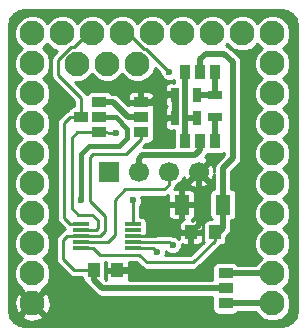
<source format=gbr>
G04 #@! TF.FileFunction,Copper,L2,Bot,Signal*
%FSLAX46Y46*%
G04 Gerber Fmt 4.6, Leading zero omitted, Abs format (unit mm)*
G04 Created by KiCad (PCBNEW 4.0.6) date 12/07/19 10:22:01*
%MOMM*%
%LPD*%
G01*
G04 APERTURE LIST*
%ADD10C,0.100000*%
%ADD11C,2.100000*%
%ADD12R,1.700000X1.700000*%
%ADD13C,1.700000*%
%ADD14R,1.270000X0.970000*%
%ADD15R,1.000000X1.250000*%
%ADD16R,1.300000X1.700000*%
%ADD17R,0.970000X1.270000*%
%ADD18R,1.300000X0.700000*%
%ADD19R,0.700000X1.300000*%
%ADD20R,1.400000X0.300000*%
%ADD21C,0.600000*%
%ADD22C,0.500000*%
%ADD23C,0.250000*%
%ADD24C,0.400000*%
%ADD25C,0.254000*%
G04 APERTURE END LIST*
D10*
D11*
X161581000Y-67845000D03*
X161581000Y-70385000D03*
X161581000Y-72925000D03*
X161581000Y-75465000D03*
X161581000Y-78005000D03*
X161581000Y-80545000D03*
X161581000Y-83085000D03*
X161581000Y-85625000D03*
X161581000Y-88165000D03*
X161581000Y-65305000D03*
X159041000Y-65305000D03*
X156501000Y-65305000D03*
X153961000Y-65305000D03*
X151421000Y-65305000D03*
X148881000Y-65305000D03*
X146341000Y-65305000D03*
X143801000Y-65305000D03*
X141261000Y-65305000D03*
X141261000Y-67845000D03*
X141261000Y-70385000D03*
X141261000Y-72925000D03*
X141261000Y-75465000D03*
X141261000Y-78005000D03*
X141261000Y-80545000D03*
X141261000Y-83085000D03*
X141261000Y-85625000D03*
X141261000Y-88165000D03*
D12*
X147711000Y-77025000D03*
D13*
X150251000Y-77025000D03*
X152791000Y-77025000D03*
X155331000Y-77025000D03*
D14*
X157611000Y-85630000D03*
X157611000Y-86900000D03*
X157611000Y-88170000D03*
D11*
X145061000Y-67875000D03*
X147601000Y-67875000D03*
X150141000Y-67875000D03*
D15*
X146461000Y-85375000D03*
X148461000Y-85375000D03*
X156686000Y-82150000D03*
X154686000Y-82150000D03*
D16*
X157386000Y-79800000D03*
X153886000Y-79800000D03*
D14*
X150436000Y-73670000D03*
X150436000Y-72400000D03*
X150436000Y-71130000D03*
X146936000Y-73695000D03*
X146936000Y-72425000D03*
X146936000Y-71155000D03*
X145386000Y-72425000D03*
D17*
X156756000Y-74400000D03*
X155486000Y-74400000D03*
X154216000Y-74400000D03*
X156756000Y-68575000D03*
X155486000Y-68575000D03*
X154216000Y-68575000D03*
D18*
X156761000Y-70525000D03*
X156761000Y-72425000D03*
D19*
X155236000Y-72450000D03*
X153336000Y-72450000D03*
X155236000Y-70525000D03*
X153336000Y-70525000D03*
D20*
X149761000Y-81450000D03*
X149761000Y-81950000D03*
X149761000Y-82450000D03*
X149761000Y-82950000D03*
X149761000Y-83450000D03*
X145361000Y-83450000D03*
X145361000Y-82950000D03*
X145361000Y-82450000D03*
X145361000Y-81950000D03*
X145361000Y-81450000D03*
D21*
X152861000Y-68600000D03*
X148336000Y-73750000D03*
X149961000Y-85375000D03*
X152086000Y-70425000D03*
X153136000Y-83250000D03*
X149761000Y-79450000D03*
X145411000Y-79450000D03*
X151786000Y-83800000D03*
D22*
X161581000Y-88165000D02*
X157616000Y-88165000D01*
X157616000Y-88165000D02*
X157611000Y-88170000D01*
X161581000Y-85625000D02*
X157616000Y-85625000D01*
X157616000Y-85625000D02*
X157611000Y-85630000D01*
D23*
X150861000Y-66600000D02*
X152861000Y-68600000D01*
X150686000Y-66600000D02*
X150861000Y-66600000D01*
X149391000Y-65305000D02*
X150686000Y-66600000D01*
X148306000Y-73720000D02*
X146936000Y-73695000D01*
X148336000Y-73750000D02*
X148306000Y-73720000D01*
X148881000Y-65305000D02*
X149391000Y-65305000D01*
X146936000Y-73695000D02*
X145066000Y-73695000D01*
X145066000Y-73695000D02*
X144586000Y-74175000D01*
X144586000Y-74175000D02*
X144586000Y-80125000D01*
X144586000Y-80125000D02*
X145111000Y-80650000D01*
X145111000Y-80650000D02*
X146336000Y-80650000D01*
X146336000Y-80650000D02*
X146811000Y-81125000D01*
X146811000Y-81125000D02*
X146811000Y-81750000D01*
X146811000Y-81750000D02*
X146611000Y-81950000D01*
X146611000Y-81950000D02*
X145361000Y-81950000D01*
X146341000Y-65305000D02*
X145981000Y-65305000D01*
X145981000Y-65305000D02*
X144786000Y-66500000D01*
X144786000Y-66500000D02*
X144486000Y-66500000D01*
X144486000Y-66500000D02*
X143436000Y-67550000D01*
X143436000Y-67550000D02*
X143436000Y-68850000D01*
X143436000Y-68850000D02*
X145386000Y-70800000D01*
X145386000Y-70800000D02*
X145386000Y-72425000D01*
X145361000Y-81450000D02*
X144411000Y-81450000D01*
X144436000Y-72425000D02*
X145386000Y-72425000D01*
X143936000Y-72925000D02*
X144436000Y-72425000D01*
X143936000Y-80975000D02*
X143936000Y-72925000D01*
X144411000Y-81450000D02*
X143936000Y-80975000D01*
D22*
X148461000Y-85375000D02*
X149961000Y-85375000D01*
X152086000Y-70425000D02*
X153236000Y-70425000D01*
X153236000Y-70425000D02*
X153336000Y-70525000D01*
X150436000Y-71130000D02*
X151381000Y-71130000D01*
X151381000Y-71130000D02*
X152086000Y-70425000D01*
D23*
X149761000Y-82450000D02*
X151661000Y-82450000D01*
X151961000Y-82150000D02*
X154686000Y-82150000D01*
X151661000Y-82450000D02*
X151961000Y-82150000D01*
D22*
X153886000Y-79800000D02*
X155331000Y-79800000D01*
X155331000Y-77025000D02*
X155331000Y-79800000D01*
X155331000Y-79800000D02*
X155331000Y-81505000D01*
X155331000Y-81505000D02*
X154686000Y-82150000D01*
X153336000Y-70525000D02*
X153336000Y-72450000D01*
D23*
X149761000Y-82950000D02*
X152836000Y-82950000D01*
X152836000Y-82950000D02*
X153136000Y-83250000D01*
X150436000Y-73670000D02*
X150436000Y-74225000D01*
X146961000Y-82450000D02*
X145361000Y-82450000D01*
X147411000Y-82000000D02*
X146961000Y-82450000D01*
X147411000Y-80775000D02*
X147411000Y-82000000D01*
X146111000Y-79475000D02*
X147411000Y-80775000D01*
X146111000Y-75800000D02*
X146111000Y-79475000D01*
X146411000Y-75500000D02*
X146111000Y-75800000D01*
X149161000Y-75500000D02*
X146411000Y-75500000D01*
X150436000Y-74225000D02*
X149161000Y-75500000D01*
D22*
X146461000Y-85375000D02*
X146461000Y-86175000D01*
X147186000Y-86900000D02*
X157611000Y-86900000D01*
X146461000Y-86175000D02*
X147186000Y-86900000D01*
D23*
X145361000Y-82450000D02*
X144186000Y-82450000D01*
X144761000Y-85375000D02*
X146461000Y-85375000D01*
X143836000Y-84450000D02*
X144761000Y-85375000D01*
X143836000Y-82800000D02*
X143836000Y-84450000D01*
X144186000Y-82450000D02*
X143836000Y-82800000D01*
X145361000Y-83450000D02*
X146361000Y-83450000D01*
X156686000Y-82900000D02*
X156686000Y-82150000D01*
X154886000Y-84700000D02*
X156686000Y-82900000D01*
X150936000Y-84700000D02*
X154886000Y-84700000D01*
X150311000Y-84075000D02*
X150936000Y-84700000D01*
X146986000Y-84075000D02*
X150311000Y-84075000D01*
X146361000Y-83450000D02*
X146986000Y-84075000D01*
D22*
X157386000Y-79800000D02*
X157386000Y-76700000D01*
X155486000Y-67500000D02*
X155486000Y-68575000D01*
X155961000Y-67025000D02*
X155486000Y-67500000D01*
X157511000Y-67025000D02*
X155961000Y-67025000D01*
X158211000Y-67725000D02*
X157511000Y-67025000D01*
X158211000Y-75875000D02*
X158211000Y-67725000D01*
X157386000Y-76700000D02*
X158211000Y-75875000D01*
X156686000Y-82150000D02*
X157036000Y-82150000D01*
X157036000Y-82150000D02*
X157386000Y-81800000D01*
X157386000Y-81800000D02*
X157386000Y-79800000D01*
X150436000Y-72400000D02*
X149336000Y-72400000D01*
X148091000Y-71155000D02*
X146936000Y-71155000D01*
X149336000Y-72400000D02*
X148091000Y-71155000D01*
D24*
X146936000Y-72425000D02*
X148161000Y-72425000D01*
D23*
X149761000Y-79450000D02*
X149761000Y-81450000D01*
D24*
X145411000Y-75500000D02*
X145411000Y-79450000D01*
X146061000Y-74850000D02*
X145411000Y-75500000D01*
X148561000Y-74850000D02*
X146061000Y-74850000D01*
X149261000Y-74150000D02*
X148561000Y-74850000D01*
X149261000Y-73375000D02*
X149261000Y-74150000D01*
X148311000Y-72425000D02*
X149261000Y-73375000D01*
X148161000Y-72425000D02*
X148311000Y-72425000D01*
D22*
X156761000Y-72425000D02*
X156761000Y-74395000D01*
X156761000Y-74395000D02*
X156756000Y-74400000D01*
X155486000Y-74400000D02*
X155486000Y-75175000D01*
X150251000Y-75935000D02*
X150251000Y-77025000D01*
X150561000Y-75625000D02*
X150251000Y-75935000D01*
X155036000Y-75625000D02*
X150561000Y-75625000D01*
X155486000Y-75175000D02*
X155036000Y-75625000D01*
X155236000Y-72450000D02*
X154216000Y-72450000D01*
X154216000Y-68575000D02*
X154216000Y-72450000D01*
X154216000Y-72450000D02*
X154216000Y-74400000D01*
X155236000Y-70525000D02*
X156761000Y-70525000D01*
X156756000Y-68575000D02*
X156756000Y-70520000D01*
X156756000Y-70520000D02*
X156761000Y-70525000D01*
D23*
X149761000Y-83450000D02*
X151436000Y-83450000D01*
X151436000Y-83450000D02*
X151786000Y-83800000D01*
X152791000Y-78145000D02*
X152791000Y-77025000D01*
X152411000Y-78525000D02*
X152791000Y-78145000D01*
X149136000Y-78525000D02*
X152411000Y-78525000D01*
X148236000Y-79425000D02*
X149136000Y-78525000D01*
X148236000Y-82400000D02*
X148236000Y-79425000D01*
X147686000Y-82950000D02*
X148236000Y-82400000D01*
X145361000Y-82950000D02*
X147686000Y-82950000D01*
D25*
G36*
X162845033Y-63402982D02*
X163280469Y-63693933D01*
X163571418Y-64129367D01*
X163684400Y-64697369D01*
X163684400Y-88718631D01*
X163571418Y-89286633D01*
X163280469Y-89722067D01*
X162845033Y-90013018D01*
X162277031Y-90126000D01*
X140668769Y-90126000D01*
X140100767Y-90013018D01*
X139665333Y-89722069D01*
X139374382Y-89286633D01*
X139370559Y-89267412D01*
X140338193Y-89267412D01*
X140451663Y-89495023D01*
X141022248Y-89703501D01*
X141629181Y-89677756D01*
X142070337Y-89495023D01*
X142183807Y-89267412D01*
X141261000Y-88344605D01*
X140338193Y-89267412D01*
X139370559Y-89267412D01*
X139261400Y-88718631D01*
X139261400Y-87926248D01*
X139722499Y-87926248D01*
X139748244Y-88533181D01*
X139930977Y-88974337D01*
X140158588Y-89087807D01*
X141081395Y-88165000D01*
X141440605Y-88165000D01*
X142363412Y-89087807D01*
X142591023Y-88974337D01*
X142799501Y-88403752D01*
X142773756Y-87796819D01*
X142591023Y-87355663D01*
X142363412Y-87242193D01*
X141440605Y-88165000D01*
X141081395Y-88165000D01*
X140158588Y-87242193D01*
X139930977Y-87355663D01*
X139722499Y-87926248D01*
X139261400Y-87926248D01*
X139261400Y-65607407D01*
X139733735Y-65607407D01*
X139965717Y-66168846D01*
X140371494Y-66575332D01*
X139967227Y-66978894D01*
X139734265Y-67539928D01*
X139733735Y-68147407D01*
X139965717Y-68708846D01*
X140371494Y-69115332D01*
X139967227Y-69518894D01*
X139734265Y-70079928D01*
X139733735Y-70687407D01*
X139965717Y-71248846D01*
X140371494Y-71655332D01*
X139967227Y-72058894D01*
X139734265Y-72619928D01*
X139733735Y-73227407D01*
X139965717Y-73788846D01*
X140371494Y-74195332D01*
X139967227Y-74598894D01*
X139734265Y-75159928D01*
X139733735Y-75767407D01*
X139965717Y-76328846D01*
X140371494Y-76735332D01*
X139967227Y-77138894D01*
X139734265Y-77699928D01*
X139733735Y-78307407D01*
X139965717Y-78868846D01*
X140371494Y-79275332D01*
X139967227Y-79678894D01*
X139734265Y-80239928D01*
X139733735Y-80847407D01*
X139965717Y-81408846D01*
X140371494Y-81815332D01*
X139967227Y-82218894D01*
X139734265Y-82779928D01*
X139733735Y-83387407D01*
X139965717Y-83948846D01*
X140371494Y-84355332D01*
X139967227Y-84758894D01*
X139734265Y-85319928D01*
X139733735Y-85927407D01*
X139965717Y-86488846D01*
X140394894Y-86918773D01*
X140407317Y-86923931D01*
X140338193Y-87062588D01*
X141261000Y-87985395D01*
X142183807Y-87062588D01*
X142114911Y-86924388D01*
X142124846Y-86920283D01*
X142554773Y-86491106D01*
X142787735Y-85930072D01*
X142788265Y-85322593D01*
X142556283Y-84761154D01*
X142150506Y-84354668D01*
X142554773Y-83951106D01*
X142787735Y-83390072D01*
X142788265Y-82782593D01*
X142556283Y-82221154D01*
X142150506Y-81814668D01*
X142554773Y-81411106D01*
X142787735Y-80850072D01*
X142788265Y-80242593D01*
X142556283Y-79681154D01*
X142150506Y-79274668D01*
X142554773Y-78871106D01*
X142787735Y-78310072D01*
X142788265Y-77702593D01*
X142556283Y-77141154D01*
X142150506Y-76734668D01*
X142554773Y-76331106D01*
X142787735Y-75770072D01*
X142788265Y-75162593D01*
X142556283Y-74601154D01*
X142150506Y-74194668D01*
X142554773Y-73791106D01*
X142787735Y-73230072D01*
X142788265Y-72622593D01*
X142556283Y-72061154D01*
X142150506Y-71654668D01*
X142554773Y-71251106D01*
X142787735Y-70690072D01*
X142788265Y-70082593D01*
X142556283Y-69521154D01*
X142150506Y-69114668D01*
X142554773Y-68711106D01*
X142787735Y-68150072D01*
X142788265Y-67542593D01*
X142556283Y-66981154D01*
X142150506Y-66574668D01*
X142531332Y-66194506D01*
X142934894Y-66598773D01*
X143359542Y-66775102D01*
X143010322Y-67124322D01*
X142879825Y-67319625D01*
X142834000Y-67550000D01*
X142834000Y-68850000D01*
X142879825Y-69080375D01*
X143010322Y-69275678D01*
X144784000Y-71049357D01*
X144784000Y-71453656D01*
X144751000Y-71453656D01*
X144574235Y-71486917D01*
X144411887Y-71591385D01*
X144302973Y-71750785D01*
X144282152Y-71853603D01*
X144205625Y-71868825D01*
X144010322Y-71999322D01*
X143510322Y-72499322D01*
X143379825Y-72694625D01*
X143334000Y-72925000D01*
X143334000Y-80975000D01*
X143379825Y-81205375D01*
X143510322Y-81400678D01*
X143985321Y-81875678D01*
X143999437Y-81885110D01*
X143955625Y-81893825D01*
X143760322Y-82024322D01*
X143410322Y-82374322D01*
X143279825Y-82569625D01*
X143234000Y-82800000D01*
X143234000Y-84450000D01*
X143279825Y-84680375D01*
X143410322Y-84875678D01*
X144335322Y-85800679D01*
X144530625Y-85931175D01*
X144761000Y-85977000D01*
X145474656Y-85977000D01*
X145474656Y-86000000D01*
X145507917Y-86176765D01*
X145612385Y-86339113D01*
X145771785Y-86448027D01*
X145789002Y-86451514D01*
X145789340Y-86453211D01*
X145922329Y-86652244D01*
X145946933Y-86689067D01*
X146671933Y-87414067D01*
X146907789Y-87571660D01*
X146920634Y-87574215D01*
X147186000Y-87627001D01*
X147186005Y-87627000D01*
X156501401Y-87627000D01*
X156489656Y-87685000D01*
X156489656Y-88655000D01*
X156522917Y-88831765D01*
X156627385Y-88994113D01*
X156786785Y-89103027D01*
X156976000Y-89141344D01*
X158246000Y-89141344D01*
X158422765Y-89108083D01*
X158585113Y-89003615D01*
X158661377Y-88892000D01*
X160229173Y-88892000D01*
X160285717Y-89028846D01*
X160714894Y-89458773D01*
X161275928Y-89691735D01*
X161883407Y-89692265D01*
X162444846Y-89460283D01*
X162874773Y-89031106D01*
X163107735Y-88470072D01*
X163108265Y-87862593D01*
X162876283Y-87301154D01*
X162470506Y-86894668D01*
X162874773Y-86491106D01*
X163107735Y-85930072D01*
X163108265Y-85322593D01*
X162876283Y-84761154D01*
X162470506Y-84354668D01*
X162874773Y-83951106D01*
X163107735Y-83390072D01*
X163108265Y-82782593D01*
X162876283Y-82221154D01*
X162470506Y-81814668D01*
X162874773Y-81411106D01*
X163107735Y-80850072D01*
X163108265Y-80242593D01*
X162876283Y-79681154D01*
X162470506Y-79274668D01*
X162874773Y-78871106D01*
X163107735Y-78310072D01*
X163108265Y-77702593D01*
X162876283Y-77141154D01*
X162470506Y-76734668D01*
X162874773Y-76331106D01*
X163107735Y-75770072D01*
X163108265Y-75162593D01*
X162876283Y-74601154D01*
X162470506Y-74194668D01*
X162874773Y-73791106D01*
X163107735Y-73230072D01*
X163108265Y-72622593D01*
X162876283Y-72061154D01*
X162470506Y-71654668D01*
X162874773Y-71251106D01*
X163107735Y-70690072D01*
X163108265Y-70082593D01*
X162876283Y-69521154D01*
X162470506Y-69114668D01*
X162874773Y-68711106D01*
X163107735Y-68150072D01*
X163108265Y-67542593D01*
X162876283Y-66981154D01*
X162470506Y-66574668D01*
X162874773Y-66171106D01*
X163107735Y-65610072D01*
X163108265Y-65002593D01*
X162876283Y-64441154D01*
X162447106Y-64011227D01*
X161886072Y-63778265D01*
X161278593Y-63777735D01*
X160717154Y-64009717D01*
X160310668Y-64415494D01*
X159907106Y-64011227D01*
X159346072Y-63778265D01*
X158738593Y-63777735D01*
X158177154Y-64009717D01*
X157770668Y-64415494D01*
X157367106Y-64011227D01*
X156806072Y-63778265D01*
X156198593Y-63777735D01*
X155637154Y-64009717D01*
X155230668Y-64415494D01*
X154827106Y-64011227D01*
X154266072Y-63778265D01*
X153658593Y-63777735D01*
X153097154Y-64009717D01*
X152690668Y-64415494D01*
X152287106Y-64011227D01*
X151726072Y-63778265D01*
X151118593Y-63777735D01*
X150557154Y-64009717D01*
X150150668Y-64415494D01*
X149747106Y-64011227D01*
X149186072Y-63778265D01*
X148578593Y-63777735D01*
X148017154Y-64009717D01*
X147610668Y-64415494D01*
X147207106Y-64011227D01*
X146646072Y-63778265D01*
X146038593Y-63777735D01*
X145477154Y-64009717D01*
X145070668Y-64415494D01*
X144667106Y-64011227D01*
X144106072Y-63778265D01*
X143498593Y-63777735D01*
X142937154Y-64009717D01*
X142530668Y-64415494D01*
X142127106Y-64011227D01*
X141566072Y-63778265D01*
X140958593Y-63777735D01*
X140397154Y-64009717D01*
X139967227Y-64438894D01*
X139734265Y-64999928D01*
X139733735Y-65607407D01*
X139261400Y-65607407D01*
X139261400Y-64697369D01*
X139374382Y-64129367D01*
X139665333Y-63693931D01*
X140100767Y-63402982D01*
X140668769Y-63290000D01*
X162277031Y-63290000D01*
X162845033Y-63402982D01*
X162845033Y-63402982D01*
G37*
X162845033Y-63402982D02*
X163280469Y-63693933D01*
X163571418Y-64129367D01*
X163684400Y-64697369D01*
X163684400Y-88718631D01*
X163571418Y-89286633D01*
X163280469Y-89722067D01*
X162845033Y-90013018D01*
X162277031Y-90126000D01*
X140668769Y-90126000D01*
X140100767Y-90013018D01*
X139665333Y-89722069D01*
X139374382Y-89286633D01*
X139370559Y-89267412D01*
X140338193Y-89267412D01*
X140451663Y-89495023D01*
X141022248Y-89703501D01*
X141629181Y-89677756D01*
X142070337Y-89495023D01*
X142183807Y-89267412D01*
X141261000Y-88344605D01*
X140338193Y-89267412D01*
X139370559Y-89267412D01*
X139261400Y-88718631D01*
X139261400Y-87926248D01*
X139722499Y-87926248D01*
X139748244Y-88533181D01*
X139930977Y-88974337D01*
X140158588Y-89087807D01*
X141081395Y-88165000D01*
X141440605Y-88165000D01*
X142363412Y-89087807D01*
X142591023Y-88974337D01*
X142799501Y-88403752D01*
X142773756Y-87796819D01*
X142591023Y-87355663D01*
X142363412Y-87242193D01*
X141440605Y-88165000D01*
X141081395Y-88165000D01*
X140158588Y-87242193D01*
X139930977Y-87355663D01*
X139722499Y-87926248D01*
X139261400Y-87926248D01*
X139261400Y-65607407D01*
X139733735Y-65607407D01*
X139965717Y-66168846D01*
X140371494Y-66575332D01*
X139967227Y-66978894D01*
X139734265Y-67539928D01*
X139733735Y-68147407D01*
X139965717Y-68708846D01*
X140371494Y-69115332D01*
X139967227Y-69518894D01*
X139734265Y-70079928D01*
X139733735Y-70687407D01*
X139965717Y-71248846D01*
X140371494Y-71655332D01*
X139967227Y-72058894D01*
X139734265Y-72619928D01*
X139733735Y-73227407D01*
X139965717Y-73788846D01*
X140371494Y-74195332D01*
X139967227Y-74598894D01*
X139734265Y-75159928D01*
X139733735Y-75767407D01*
X139965717Y-76328846D01*
X140371494Y-76735332D01*
X139967227Y-77138894D01*
X139734265Y-77699928D01*
X139733735Y-78307407D01*
X139965717Y-78868846D01*
X140371494Y-79275332D01*
X139967227Y-79678894D01*
X139734265Y-80239928D01*
X139733735Y-80847407D01*
X139965717Y-81408846D01*
X140371494Y-81815332D01*
X139967227Y-82218894D01*
X139734265Y-82779928D01*
X139733735Y-83387407D01*
X139965717Y-83948846D01*
X140371494Y-84355332D01*
X139967227Y-84758894D01*
X139734265Y-85319928D01*
X139733735Y-85927407D01*
X139965717Y-86488846D01*
X140394894Y-86918773D01*
X140407317Y-86923931D01*
X140338193Y-87062588D01*
X141261000Y-87985395D01*
X142183807Y-87062588D01*
X142114911Y-86924388D01*
X142124846Y-86920283D01*
X142554773Y-86491106D01*
X142787735Y-85930072D01*
X142788265Y-85322593D01*
X142556283Y-84761154D01*
X142150506Y-84354668D01*
X142554773Y-83951106D01*
X142787735Y-83390072D01*
X142788265Y-82782593D01*
X142556283Y-82221154D01*
X142150506Y-81814668D01*
X142554773Y-81411106D01*
X142787735Y-80850072D01*
X142788265Y-80242593D01*
X142556283Y-79681154D01*
X142150506Y-79274668D01*
X142554773Y-78871106D01*
X142787735Y-78310072D01*
X142788265Y-77702593D01*
X142556283Y-77141154D01*
X142150506Y-76734668D01*
X142554773Y-76331106D01*
X142787735Y-75770072D01*
X142788265Y-75162593D01*
X142556283Y-74601154D01*
X142150506Y-74194668D01*
X142554773Y-73791106D01*
X142787735Y-73230072D01*
X142788265Y-72622593D01*
X142556283Y-72061154D01*
X142150506Y-71654668D01*
X142554773Y-71251106D01*
X142787735Y-70690072D01*
X142788265Y-70082593D01*
X142556283Y-69521154D01*
X142150506Y-69114668D01*
X142554773Y-68711106D01*
X142787735Y-68150072D01*
X142788265Y-67542593D01*
X142556283Y-66981154D01*
X142150506Y-66574668D01*
X142531332Y-66194506D01*
X142934894Y-66598773D01*
X143359542Y-66775102D01*
X143010322Y-67124322D01*
X142879825Y-67319625D01*
X142834000Y-67550000D01*
X142834000Y-68850000D01*
X142879825Y-69080375D01*
X143010322Y-69275678D01*
X144784000Y-71049357D01*
X144784000Y-71453656D01*
X144751000Y-71453656D01*
X144574235Y-71486917D01*
X144411887Y-71591385D01*
X144302973Y-71750785D01*
X144282152Y-71853603D01*
X144205625Y-71868825D01*
X144010322Y-71999322D01*
X143510322Y-72499322D01*
X143379825Y-72694625D01*
X143334000Y-72925000D01*
X143334000Y-80975000D01*
X143379825Y-81205375D01*
X143510322Y-81400678D01*
X143985321Y-81875678D01*
X143999437Y-81885110D01*
X143955625Y-81893825D01*
X143760322Y-82024322D01*
X143410322Y-82374322D01*
X143279825Y-82569625D01*
X143234000Y-82800000D01*
X143234000Y-84450000D01*
X143279825Y-84680375D01*
X143410322Y-84875678D01*
X144335322Y-85800679D01*
X144530625Y-85931175D01*
X144761000Y-85977000D01*
X145474656Y-85977000D01*
X145474656Y-86000000D01*
X145507917Y-86176765D01*
X145612385Y-86339113D01*
X145771785Y-86448027D01*
X145789002Y-86451514D01*
X145789340Y-86453211D01*
X145922329Y-86652244D01*
X145946933Y-86689067D01*
X146671933Y-87414067D01*
X146907789Y-87571660D01*
X146920634Y-87574215D01*
X147186000Y-87627001D01*
X147186005Y-87627000D01*
X156501401Y-87627000D01*
X156489656Y-87685000D01*
X156489656Y-88655000D01*
X156522917Y-88831765D01*
X156627385Y-88994113D01*
X156786785Y-89103027D01*
X156976000Y-89141344D01*
X158246000Y-89141344D01*
X158422765Y-89108083D01*
X158585113Y-89003615D01*
X158661377Y-88892000D01*
X160229173Y-88892000D01*
X160285717Y-89028846D01*
X160714894Y-89458773D01*
X161275928Y-89691735D01*
X161883407Y-89692265D01*
X162444846Y-89460283D01*
X162874773Y-89031106D01*
X163107735Y-88470072D01*
X163108265Y-87862593D01*
X162876283Y-87301154D01*
X162470506Y-86894668D01*
X162874773Y-86491106D01*
X163107735Y-85930072D01*
X163108265Y-85322593D01*
X162876283Y-84761154D01*
X162470506Y-84354668D01*
X162874773Y-83951106D01*
X163107735Y-83390072D01*
X163108265Y-82782593D01*
X162876283Y-82221154D01*
X162470506Y-81814668D01*
X162874773Y-81411106D01*
X163107735Y-80850072D01*
X163108265Y-80242593D01*
X162876283Y-79681154D01*
X162470506Y-79274668D01*
X162874773Y-78871106D01*
X163107735Y-78310072D01*
X163108265Y-77702593D01*
X162876283Y-77141154D01*
X162470506Y-76734668D01*
X162874773Y-76331106D01*
X163107735Y-75770072D01*
X163108265Y-75162593D01*
X162876283Y-74601154D01*
X162470506Y-74194668D01*
X162874773Y-73791106D01*
X163107735Y-73230072D01*
X163108265Y-72622593D01*
X162876283Y-72061154D01*
X162470506Y-71654668D01*
X162874773Y-71251106D01*
X163107735Y-70690072D01*
X163108265Y-70082593D01*
X162876283Y-69521154D01*
X162470506Y-69114668D01*
X162874773Y-68711106D01*
X163107735Y-68150072D01*
X163108265Y-67542593D01*
X162876283Y-66981154D01*
X162470506Y-66574668D01*
X162874773Y-66171106D01*
X163107735Y-65610072D01*
X163108265Y-65002593D01*
X162876283Y-64441154D01*
X162447106Y-64011227D01*
X161886072Y-63778265D01*
X161278593Y-63777735D01*
X160717154Y-64009717D01*
X160310668Y-64415494D01*
X159907106Y-64011227D01*
X159346072Y-63778265D01*
X158738593Y-63777735D01*
X158177154Y-64009717D01*
X157770668Y-64415494D01*
X157367106Y-64011227D01*
X156806072Y-63778265D01*
X156198593Y-63777735D01*
X155637154Y-64009717D01*
X155230668Y-64415494D01*
X154827106Y-64011227D01*
X154266072Y-63778265D01*
X153658593Y-63777735D01*
X153097154Y-64009717D01*
X152690668Y-64415494D01*
X152287106Y-64011227D01*
X151726072Y-63778265D01*
X151118593Y-63777735D01*
X150557154Y-64009717D01*
X150150668Y-64415494D01*
X149747106Y-64011227D01*
X149186072Y-63778265D01*
X148578593Y-63777735D01*
X148017154Y-64009717D01*
X147610668Y-64415494D01*
X147207106Y-64011227D01*
X146646072Y-63778265D01*
X146038593Y-63777735D01*
X145477154Y-64009717D01*
X145070668Y-64415494D01*
X144667106Y-64011227D01*
X144106072Y-63778265D01*
X143498593Y-63777735D01*
X142937154Y-64009717D01*
X142530668Y-64415494D01*
X142127106Y-64011227D01*
X141566072Y-63778265D01*
X140958593Y-63777735D01*
X140397154Y-64009717D01*
X139967227Y-64438894D01*
X139734265Y-64999928D01*
X139733735Y-65607407D01*
X139261400Y-65607407D01*
X139261400Y-64697369D01*
X139374382Y-64129367D01*
X139665333Y-63693931D01*
X140100767Y-63402982D01*
X140668769Y-63290000D01*
X162277031Y-63290000D01*
X162845033Y-63402982D01*
G36*
X160691494Y-66575332D02*
X160287227Y-66978894D01*
X160054265Y-67539928D01*
X160053735Y-68147407D01*
X160285717Y-68708846D01*
X160691494Y-69115332D01*
X160287227Y-69518894D01*
X160054265Y-70079928D01*
X160053735Y-70687407D01*
X160285717Y-71248846D01*
X160691494Y-71655332D01*
X160287227Y-72058894D01*
X160054265Y-72619928D01*
X160053735Y-73227407D01*
X160285717Y-73788846D01*
X160691494Y-74195332D01*
X160287227Y-74598894D01*
X160054265Y-75159928D01*
X160053735Y-75767407D01*
X160285717Y-76328846D01*
X160691494Y-76735332D01*
X160287227Y-77138894D01*
X160054265Y-77699928D01*
X160053735Y-78307407D01*
X160285717Y-78868846D01*
X160691494Y-79275332D01*
X160287227Y-79678894D01*
X160054265Y-80239928D01*
X160053735Y-80847407D01*
X160285717Y-81408846D01*
X160691494Y-81815332D01*
X160287227Y-82218894D01*
X160054265Y-82779928D01*
X160053735Y-83387407D01*
X160285717Y-83948846D01*
X160691494Y-84355332D01*
X160287227Y-84758894D01*
X160229465Y-84898000D01*
X158653888Y-84898000D01*
X158594615Y-84805887D01*
X158435215Y-84696973D01*
X158246000Y-84658656D01*
X156976000Y-84658656D01*
X156799235Y-84691917D01*
X156636887Y-84796385D01*
X156527973Y-84955785D01*
X156489656Y-85145000D01*
X156489656Y-86115000D01*
X156500570Y-86173000D01*
X149405642Y-86173000D01*
X149438000Y-86094881D01*
X149438000Y-85621250D01*
X149318750Y-85502000D01*
X148588000Y-85502000D01*
X148588000Y-85522000D01*
X148334000Y-85522000D01*
X148334000Y-85502000D01*
X147603250Y-85502000D01*
X147484000Y-85621250D01*
X147484000Y-86094881D01*
X147516358Y-86173000D01*
X147487134Y-86173000D01*
X147424911Y-86110777D01*
X147447344Y-86000000D01*
X147447344Y-84750000D01*
X147433608Y-84677000D01*
X147484000Y-84677000D01*
X147484000Y-85128750D01*
X147603250Y-85248000D01*
X148334000Y-85248000D01*
X148334000Y-85228000D01*
X148588000Y-85228000D01*
X148588000Y-85248000D01*
X149318750Y-85248000D01*
X149438000Y-85128750D01*
X149438000Y-84677000D01*
X150061644Y-84677000D01*
X150510321Y-85125678D01*
X150705624Y-85256175D01*
X150743846Y-85263778D01*
X150936000Y-85302000D01*
X154886000Y-85302000D01*
X155116375Y-85256175D01*
X155311678Y-85125678D01*
X157111678Y-83325679D01*
X157154665Y-83261344D01*
X157186000Y-83261344D01*
X157362765Y-83228083D01*
X157525113Y-83123615D01*
X157634027Y-82964215D01*
X157672344Y-82775000D01*
X157672344Y-82541790D01*
X157900064Y-82314069D01*
X157900067Y-82314067D01*
X158057660Y-82078211D01*
X158078325Y-81974322D01*
X158113001Y-81800000D01*
X158113000Y-81799995D01*
X158113000Y-81121855D01*
X158212765Y-81103083D01*
X158375113Y-80998615D01*
X158484027Y-80839215D01*
X158522344Y-80650000D01*
X158522344Y-78950000D01*
X158489083Y-78773235D01*
X158384615Y-78610887D01*
X158225215Y-78501973D01*
X158113000Y-78479249D01*
X158113000Y-77001134D01*
X158725064Y-76389069D01*
X158725067Y-76389067D01*
X158882660Y-76153211D01*
X158938000Y-75875000D01*
X158938000Y-67725000D01*
X158882660Y-67446789D01*
X158725067Y-67210933D01*
X158725064Y-67210931D01*
X158025067Y-66510933D01*
X157789211Y-66353340D01*
X157743052Y-66344158D01*
X157641628Y-66323983D01*
X157771332Y-66194506D01*
X158174894Y-66598773D01*
X158735928Y-66831735D01*
X159343407Y-66832265D01*
X159904846Y-66600283D01*
X160311332Y-66194506D01*
X160691494Y-66575332D01*
X160691494Y-66575332D01*
G37*
X160691494Y-66575332D02*
X160287227Y-66978894D01*
X160054265Y-67539928D01*
X160053735Y-68147407D01*
X160285717Y-68708846D01*
X160691494Y-69115332D01*
X160287227Y-69518894D01*
X160054265Y-70079928D01*
X160053735Y-70687407D01*
X160285717Y-71248846D01*
X160691494Y-71655332D01*
X160287227Y-72058894D01*
X160054265Y-72619928D01*
X160053735Y-73227407D01*
X160285717Y-73788846D01*
X160691494Y-74195332D01*
X160287227Y-74598894D01*
X160054265Y-75159928D01*
X160053735Y-75767407D01*
X160285717Y-76328846D01*
X160691494Y-76735332D01*
X160287227Y-77138894D01*
X160054265Y-77699928D01*
X160053735Y-78307407D01*
X160285717Y-78868846D01*
X160691494Y-79275332D01*
X160287227Y-79678894D01*
X160054265Y-80239928D01*
X160053735Y-80847407D01*
X160285717Y-81408846D01*
X160691494Y-81815332D01*
X160287227Y-82218894D01*
X160054265Y-82779928D01*
X160053735Y-83387407D01*
X160285717Y-83948846D01*
X160691494Y-84355332D01*
X160287227Y-84758894D01*
X160229465Y-84898000D01*
X158653888Y-84898000D01*
X158594615Y-84805887D01*
X158435215Y-84696973D01*
X158246000Y-84658656D01*
X156976000Y-84658656D01*
X156799235Y-84691917D01*
X156636887Y-84796385D01*
X156527973Y-84955785D01*
X156489656Y-85145000D01*
X156489656Y-86115000D01*
X156500570Y-86173000D01*
X149405642Y-86173000D01*
X149438000Y-86094881D01*
X149438000Y-85621250D01*
X149318750Y-85502000D01*
X148588000Y-85502000D01*
X148588000Y-85522000D01*
X148334000Y-85522000D01*
X148334000Y-85502000D01*
X147603250Y-85502000D01*
X147484000Y-85621250D01*
X147484000Y-86094881D01*
X147516358Y-86173000D01*
X147487134Y-86173000D01*
X147424911Y-86110777D01*
X147447344Y-86000000D01*
X147447344Y-84750000D01*
X147433608Y-84677000D01*
X147484000Y-84677000D01*
X147484000Y-85128750D01*
X147603250Y-85248000D01*
X148334000Y-85248000D01*
X148334000Y-85228000D01*
X148588000Y-85228000D01*
X148588000Y-85248000D01*
X149318750Y-85248000D01*
X149438000Y-85128750D01*
X149438000Y-84677000D01*
X150061644Y-84677000D01*
X150510321Y-85125678D01*
X150705624Y-85256175D01*
X150743846Y-85263778D01*
X150936000Y-85302000D01*
X154886000Y-85302000D01*
X155116375Y-85256175D01*
X155311678Y-85125678D01*
X157111678Y-83325679D01*
X157154665Y-83261344D01*
X157186000Y-83261344D01*
X157362765Y-83228083D01*
X157525113Y-83123615D01*
X157634027Y-82964215D01*
X157672344Y-82775000D01*
X157672344Y-82541790D01*
X157900064Y-82314069D01*
X157900067Y-82314067D01*
X158057660Y-82078211D01*
X158078325Y-81974322D01*
X158113001Y-81800000D01*
X158113000Y-81799995D01*
X158113000Y-81121855D01*
X158212765Y-81103083D01*
X158375113Y-80998615D01*
X158484027Y-80839215D01*
X158522344Y-80650000D01*
X158522344Y-78950000D01*
X158489083Y-78773235D01*
X158384615Y-78610887D01*
X158225215Y-78501973D01*
X158113000Y-78479249D01*
X158113000Y-77001134D01*
X158725064Y-76389069D01*
X158725067Y-76389067D01*
X158882660Y-76153211D01*
X158938000Y-75875000D01*
X158938000Y-67725000D01*
X158882660Y-67446789D01*
X158725067Y-67210933D01*
X158725064Y-67210931D01*
X158025067Y-66510933D01*
X157789211Y-66353340D01*
X157743052Y-66344158D01*
X157641628Y-66323983D01*
X157771332Y-66194506D01*
X158174894Y-66598773D01*
X158735928Y-66831735D01*
X159343407Y-66832265D01*
X159904846Y-66600283D01*
X160311332Y-66194506D01*
X160691494Y-66575332D01*
G36*
X157484000Y-75573867D02*
X156871933Y-76185933D01*
X156714340Y-76421789D01*
X156714340Y-76421790D01*
X156658999Y-76700000D01*
X156659000Y-76700005D01*
X156659000Y-77006930D01*
X156641572Y-76688843D01*
X156495413Y-76335985D01*
X156288559Y-76247046D01*
X155510605Y-77025000D01*
X156288559Y-77802954D01*
X156495413Y-77714015D01*
X156659000Y-77248553D01*
X156659000Y-78478145D01*
X156559235Y-78496917D01*
X156396887Y-78601385D01*
X156287973Y-78760785D01*
X156249656Y-78950000D01*
X156249656Y-80650000D01*
X156282917Y-80826765D01*
X156387385Y-80989113D01*
X156459893Y-81038656D01*
X156186000Y-81038656D01*
X156009235Y-81071917D01*
X155846887Y-81176385D01*
X155737973Y-81335785D01*
X155699656Y-81525000D01*
X155699656Y-82775000D01*
X155732917Y-82951765D01*
X155752479Y-82982165D01*
X154636644Y-84098000D01*
X152503583Y-84098000D01*
X152562865Y-83955233D01*
X152563021Y-83775824D01*
X152695290Y-83908324D01*
X152980767Y-84026865D01*
X153289877Y-84027134D01*
X153575560Y-83909092D01*
X153794324Y-83690710D01*
X153912865Y-83405233D01*
X153913064Y-83176644D01*
X153915801Y-83179381D01*
X154091119Y-83252000D01*
X154439750Y-83252000D01*
X154559000Y-83132750D01*
X154559000Y-82277000D01*
X154813000Y-82277000D01*
X154813000Y-83132750D01*
X154932250Y-83252000D01*
X155280881Y-83252000D01*
X155456199Y-83179381D01*
X155590381Y-83045199D01*
X155663000Y-82869881D01*
X155663000Y-82396250D01*
X155543750Y-82277000D01*
X154813000Y-82277000D01*
X154559000Y-82277000D01*
X153828250Y-82277000D01*
X153709000Y-82396250D01*
X153709000Y-82724197D01*
X153576710Y-82591676D01*
X153291233Y-82473135D01*
X153184933Y-82473042D01*
X153066375Y-82393825D01*
X152836000Y-82348000D01*
X150938000Y-82348000D01*
X150938000Y-82322998D01*
X150885944Y-82322998D01*
X150909027Y-82289215D01*
X150910168Y-82283582D01*
X150938000Y-82255750D01*
X150938000Y-82205119D01*
X150929979Y-82185753D01*
X150947344Y-82100000D01*
X150947344Y-81800000D01*
X150927837Y-81696329D01*
X150947344Y-81600000D01*
X150947344Y-81430119D01*
X153709000Y-81430119D01*
X153709000Y-81903750D01*
X153828250Y-82023000D01*
X154559000Y-82023000D01*
X154559000Y-82003000D01*
X154813000Y-82003000D01*
X154813000Y-82023000D01*
X155543750Y-82023000D01*
X155663000Y-81903750D01*
X155663000Y-81430119D01*
X155590381Y-81254801D01*
X155456199Y-81120619D01*
X155280881Y-81048000D01*
X154932250Y-81048000D01*
X154813002Y-81167248D01*
X154813002Y-81048000D01*
X154812580Y-81048000D01*
X154940381Y-80920199D01*
X155013000Y-80744881D01*
X155013000Y-80046250D01*
X154893750Y-79927000D01*
X154013000Y-79927000D01*
X154013000Y-81007750D01*
X154064342Y-81059092D01*
X153915801Y-81120619D01*
X153781619Y-81254801D01*
X153709000Y-81430119D01*
X150947344Y-81430119D01*
X150947344Y-81300000D01*
X150914083Y-81123235D01*
X150809615Y-80960887D01*
X150650215Y-80851973D01*
X150461000Y-80813656D01*
X150363000Y-80813656D01*
X150363000Y-80046250D01*
X152759000Y-80046250D01*
X152759000Y-80744881D01*
X152831619Y-80920199D01*
X152965801Y-81054381D01*
X153141119Y-81127000D01*
X153639750Y-81127000D01*
X153759000Y-81007750D01*
X153759000Y-79927000D01*
X152878250Y-79927000D01*
X152759000Y-80046250D01*
X150363000Y-80046250D01*
X150363000Y-79946936D01*
X150419324Y-79890710D01*
X150537865Y-79605233D01*
X150538134Y-79296123D01*
X150468254Y-79127000D01*
X152411000Y-79127000D01*
X152641375Y-79081175D01*
X152759000Y-79002581D01*
X152759000Y-79553750D01*
X152878250Y-79673000D01*
X153759000Y-79673000D01*
X153759000Y-78592250D01*
X154013000Y-78592250D01*
X154013000Y-79673000D01*
X154893750Y-79673000D01*
X155013000Y-79553750D01*
X155013000Y-78855119D01*
X154940381Y-78679801D01*
X154806199Y-78545619D01*
X154630881Y-78473000D01*
X154132250Y-78473000D01*
X154013000Y-78592250D01*
X153759000Y-78592250D01*
X153639750Y-78473000D01*
X153281944Y-78473000D01*
X153347175Y-78375375D01*
X153351779Y-78352229D01*
X153378463Y-78218080D01*
X153541703Y-78150631D01*
X153710068Y-77982559D01*
X154553046Y-77982559D01*
X154641985Y-78189413D01*
X155140035Y-78364453D01*
X155667157Y-78335572D01*
X156020015Y-78189413D01*
X156108954Y-77982559D01*
X155331000Y-77204605D01*
X154553046Y-77982559D01*
X153710068Y-77982559D01*
X153915319Y-77777666D01*
X154054307Y-77442948D01*
X154166587Y-77714015D01*
X154373441Y-77802954D01*
X155151395Y-77025000D01*
X155137253Y-77010858D01*
X155316858Y-76831253D01*
X155331000Y-76845395D01*
X156108954Y-76067441D01*
X156020015Y-75860587D01*
X155878339Y-75810795D01*
X156000067Y-75689067D01*
X156131069Y-75493007D01*
X156271000Y-75521344D01*
X157241000Y-75521344D01*
X157417765Y-75488083D01*
X157484000Y-75445462D01*
X157484000Y-75573867D01*
X157484000Y-75573867D01*
G37*
X157484000Y-75573867D02*
X156871933Y-76185933D01*
X156714340Y-76421789D01*
X156714340Y-76421790D01*
X156658999Y-76700000D01*
X156659000Y-76700005D01*
X156659000Y-77006930D01*
X156641572Y-76688843D01*
X156495413Y-76335985D01*
X156288559Y-76247046D01*
X155510605Y-77025000D01*
X156288559Y-77802954D01*
X156495413Y-77714015D01*
X156659000Y-77248553D01*
X156659000Y-78478145D01*
X156559235Y-78496917D01*
X156396887Y-78601385D01*
X156287973Y-78760785D01*
X156249656Y-78950000D01*
X156249656Y-80650000D01*
X156282917Y-80826765D01*
X156387385Y-80989113D01*
X156459893Y-81038656D01*
X156186000Y-81038656D01*
X156009235Y-81071917D01*
X155846887Y-81176385D01*
X155737973Y-81335785D01*
X155699656Y-81525000D01*
X155699656Y-82775000D01*
X155732917Y-82951765D01*
X155752479Y-82982165D01*
X154636644Y-84098000D01*
X152503583Y-84098000D01*
X152562865Y-83955233D01*
X152563021Y-83775824D01*
X152695290Y-83908324D01*
X152980767Y-84026865D01*
X153289877Y-84027134D01*
X153575560Y-83909092D01*
X153794324Y-83690710D01*
X153912865Y-83405233D01*
X153913064Y-83176644D01*
X153915801Y-83179381D01*
X154091119Y-83252000D01*
X154439750Y-83252000D01*
X154559000Y-83132750D01*
X154559000Y-82277000D01*
X154813000Y-82277000D01*
X154813000Y-83132750D01*
X154932250Y-83252000D01*
X155280881Y-83252000D01*
X155456199Y-83179381D01*
X155590381Y-83045199D01*
X155663000Y-82869881D01*
X155663000Y-82396250D01*
X155543750Y-82277000D01*
X154813000Y-82277000D01*
X154559000Y-82277000D01*
X153828250Y-82277000D01*
X153709000Y-82396250D01*
X153709000Y-82724197D01*
X153576710Y-82591676D01*
X153291233Y-82473135D01*
X153184933Y-82473042D01*
X153066375Y-82393825D01*
X152836000Y-82348000D01*
X150938000Y-82348000D01*
X150938000Y-82322998D01*
X150885944Y-82322998D01*
X150909027Y-82289215D01*
X150910168Y-82283582D01*
X150938000Y-82255750D01*
X150938000Y-82205119D01*
X150929979Y-82185753D01*
X150947344Y-82100000D01*
X150947344Y-81800000D01*
X150927837Y-81696329D01*
X150947344Y-81600000D01*
X150947344Y-81430119D01*
X153709000Y-81430119D01*
X153709000Y-81903750D01*
X153828250Y-82023000D01*
X154559000Y-82023000D01*
X154559000Y-82003000D01*
X154813000Y-82003000D01*
X154813000Y-82023000D01*
X155543750Y-82023000D01*
X155663000Y-81903750D01*
X155663000Y-81430119D01*
X155590381Y-81254801D01*
X155456199Y-81120619D01*
X155280881Y-81048000D01*
X154932250Y-81048000D01*
X154813002Y-81167248D01*
X154813002Y-81048000D01*
X154812580Y-81048000D01*
X154940381Y-80920199D01*
X155013000Y-80744881D01*
X155013000Y-80046250D01*
X154893750Y-79927000D01*
X154013000Y-79927000D01*
X154013000Y-81007750D01*
X154064342Y-81059092D01*
X153915801Y-81120619D01*
X153781619Y-81254801D01*
X153709000Y-81430119D01*
X150947344Y-81430119D01*
X150947344Y-81300000D01*
X150914083Y-81123235D01*
X150809615Y-80960887D01*
X150650215Y-80851973D01*
X150461000Y-80813656D01*
X150363000Y-80813656D01*
X150363000Y-80046250D01*
X152759000Y-80046250D01*
X152759000Y-80744881D01*
X152831619Y-80920199D01*
X152965801Y-81054381D01*
X153141119Y-81127000D01*
X153639750Y-81127000D01*
X153759000Y-81007750D01*
X153759000Y-79927000D01*
X152878250Y-79927000D01*
X152759000Y-80046250D01*
X150363000Y-80046250D01*
X150363000Y-79946936D01*
X150419324Y-79890710D01*
X150537865Y-79605233D01*
X150538134Y-79296123D01*
X150468254Y-79127000D01*
X152411000Y-79127000D01*
X152641375Y-79081175D01*
X152759000Y-79002581D01*
X152759000Y-79553750D01*
X152878250Y-79673000D01*
X153759000Y-79673000D01*
X153759000Y-78592250D01*
X154013000Y-78592250D01*
X154013000Y-79673000D01*
X154893750Y-79673000D01*
X155013000Y-79553750D01*
X155013000Y-78855119D01*
X154940381Y-78679801D01*
X154806199Y-78545619D01*
X154630881Y-78473000D01*
X154132250Y-78473000D01*
X154013000Y-78592250D01*
X153759000Y-78592250D01*
X153639750Y-78473000D01*
X153281944Y-78473000D01*
X153347175Y-78375375D01*
X153351779Y-78352229D01*
X153378463Y-78218080D01*
X153541703Y-78150631D01*
X153710068Y-77982559D01*
X154553046Y-77982559D01*
X154641985Y-78189413D01*
X155140035Y-78364453D01*
X155667157Y-78335572D01*
X156020015Y-78189413D01*
X156108954Y-77982559D01*
X155331000Y-77204605D01*
X154553046Y-77982559D01*
X153710068Y-77982559D01*
X153915319Y-77777666D01*
X154054307Y-77442948D01*
X154166587Y-77714015D01*
X154373441Y-77802954D01*
X155151395Y-77025000D01*
X155137253Y-77010858D01*
X155316858Y-76831253D01*
X155331000Y-76845395D01*
X156108954Y-76067441D01*
X156020015Y-75860587D01*
X155878339Y-75810795D01*
X156000067Y-75689067D01*
X156131069Y-75493007D01*
X156271000Y-75521344D01*
X157241000Y-75521344D01*
X157417765Y-75488083D01*
X157484000Y-75445462D01*
X157484000Y-75573867D01*
G36*
X152083935Y-68674291D02*
X152083866Y-68753877D01*
X152201908Y-69039560D01*
X152420290Y-69258324D01*
X152705767Y-69376865D01*
X153014877Y-69377134D01*
X153257260Y-69276983D01*
X153277917Y-69386765D01*
X153285147Y-69398000D01*
X153208998Y-69398000D01*
X153208998Y-69517248D01*
X153089750Y-69398000D01*
X152891119Y-69398000D01*
X152715801Y-69470619D01*
X152581619Y-69604801D01*
X152509000Y-69780119D01*
X152509000Y-70278750D01*
X152628250Y-70398000D01*
X153209000Y-70398000D01*
X153209000Y-70378000D01*
X153463000Y-70378000D01*
X153463000Y-70398000D01*
X153483000Y-70398000D01*
X153483000Y-70652000D01*
X153463000Y-70652000D01*
X153463000Y-72323000D01*
X153483000Y-72323000D01*
X153483000Y-72577000D01*
X153463000Y-72577000D01*
X153463000Y-72597000D01*
X153209000Y-72597000D01*
X153209000Y-72577000D01*
X152628250Y-72577000D01*
X152509000Y-72696250D01*
X152509000Y-73194881D01*
X152581619Y-73370199D01*
X152715801Y-73504381D01*
X152891119Y-73577000D01*
X153089750Y-73577000D01*
X153208998Y-73457752D01*
X153208998Y-73577000D01*
X153282727Y-73577000D01*
X153244656Y-73765000D01*
X153244656Y-74898000D01*
X150614356Y-74898000D01*
X150861678Y-74650678D01*
X150867915Y-74641344D01*
X151071000Y-74641344D01*
X151247765Y-74608083D01*
X151410113Y-74503615D01*
X151519027Y-74344215D01*
X151557344Y-74155000D01*
X151557344Y-73185000D01*
X151528083Y-73029494D01*
X151557344Y-72885000D01*
X151557344Y-71915000D01*
X151527885Y-71758442D01*
X151548000Y-71709881D01*
X151548000Y-71376250D01*
X151428750Y-71257000D01*
X150563000Y-71257000D01*
X150563000Y-71277000D01*
X150309000Y-71277000D01*
X150309000Y-71257000D01*
X149443250Y-71257000D01*
X149332192Y-71368058D01*
X148605067Y-70640933D01*
X148498346Y-70569625D01*
X148469154Y-70550119D01*
X149324000Y-70550119D01*
X149324000Y-70883750D01*
X149443250Y-71003000D01*
X150309000Y-71003000D01*
X150309000Y-70287250D01*
X150563000Y-70287250D01*
X150563000Y-71003000D01*
X151428750Y-71003000D01*
X151548000Y-70883750D01*
X151548000Y-70771250D01*
X152509000Y-70771250D01*
X152509000Y-71269881D01*
X152581619Y-71445199D01*
X152623920Y-71487500D01*
X152581619Y-71529801D01*
X152509000Y-71705119D01*
X152509000Y-72203750D01*
X152628250Y-72323000D01*
X153209000Y-72323000D01*
X153209000Y-70652000D01*
X152628250Y-70652000D01*
X152509000Y-70771250D01*
X151548000Y-70771250D01*
X151548000Y-70550119D01*
X151475381Y-70374801D01*
X151341199Y-70240619D01*
X151165881Y-70168000D01*
X150682250Y-70168000D01*
X150563000Y-70287250D01*
X150309000Y-70287250D01*
X150189750Y-70168000D01*
X149706119Y-70168000D01*
X149530801Y-70240619D01*
X149396619Y-70374801D01*
X149324000Y-70550119D01*
X148469154Y-70550119D01*
X148369211Y-70483340D01*
X148323052Y-70474158D01*
X148091000Y-70427999D01*
X148090995Y-70428000D01*
X147982105Y-70428000D01*
X147919615Y-70330887D01*
X147760215Y-70221973D01*
X147571000Y-70183656D01*
X146301000Y-70183656D01*
X146124235Y-70216917D01*
X145961887Y-70321385D01*
X145868061Y-70458704D01*
X145811678Y-70374321D01*
X144839164Y-69401808D01*
X145363407Y-69402265D01*
X145924846Y-69170283D01*
X146331332Y-68764506D01*
X146734894Y-69168773D01*
X147295928Y-69401735D01*
X147903407Y-69402265D01*
X148464846Y-69170283D01*
X148871332Y-68764506D01*
X149274894Y-69168773D01*
X149835928Y-69401735D01*
X150443407Y-69402265D01*
X151004846Y-69170283D01*
X151434773Y-68741106D01*
X151644844Y-68235200D01*
X152083935Y-68674291D01*
X152083935Y-68674291D01*
G37*
X152083935Y-68674291D02*
X152083866Y-68753877D01*
X152201908Y-69039560D01*
X152420290Y-69258324D01*
X152705767Y-69376865D01*
X153014877Y-69377134D01*
X153257260Y-69276983D01*
X153277917Y-69386765D01*
X153285147Y-69398000D01*
X153208998Y-69398000D01*
X153208998Y-69517248D01*
X153089750Y-69398000D01*
X152891119Y-69398000D01*
X152715801Y-69470619D01*
X152581619Y-69604801D01*
X152509000Y-69780119D01*
X152509000Y-70278750D01*
X152628250Y-70398000D01*
X153209000Y-70398000D01*
X153209000Y-70378000D01*
X153463000Y-70378000D01*
X153463000Y-70398000D01*
X153483000Y-70398000D01*
X153483000Y-70652000D01*
X153463000Y-70652000D01*
X153463000Y-72323000D01*
X153483000Y-72323000D01*
X153483000Y-72577000D01*
X153463000Y-72577000D01*
X153463000Y-72597000D01*
X153209000Y-72597000D01*
X153209000Y-72577000D01*
X152628250Y-72577000D01*
X152509000Y-72696250D01*
X152509000Y-73194881D01*
X152581619Y-73370199D01*
X152715801Y-73504381D01*
X152891119Y-73577000D01*
X153089750Y-73577000D01*
X153208998Y-73457752D01*
X153208998Y-73577000D01*
X153282727Y-73577000D01*
X153244656Y-73765000D01*
X153244656Y-74898000D01*
X150614356Y-74898000D01*
X150861678Y-74650678D01*
X150867915Y-74641344D01*
X151071000Y-74641344D01*
X151247765Y-74608083D01*
X151410113Y-74503615D01*
X151519027Y-74344215D01*
X151557344Y-74155000D01*
X151557344Y-73185000D01*
X151528083Y-73029494D01*
X151557344Y-72885000D01*
X151557344Y-71915000D01*
X151527885Y-71758442D01*
X151548000Y-71709881D01*
X151548000Y-71376250D01*
X151428750Y-71257000D01*
X150563000Y-71257000D01*
X150563000Y-71277000D01*
X150309000Y-71277000D01*
X150309000Y-71257000D01*
X149443250Y-71257000D01*
X149332192Y-71368058D01*
X148605067Y-70640933D01*
X148498346Y-70569625D01*
X148469154Y-70550119D01*
X149324000Y-70550119D01*
X149324000Y-70883750D01*
X149443250Y-71003000D01*
X150309000Y-71003000D01*
X150309000Y-70287250D01*
X150563000Y-70287250D01*
X150563000Y-71003000D01*
X151428750Y-71003000D01*
X151548000Y-70883750D01*
X151548000Y-70771250D01*
X152509000Y-70771250D01*
X152509000Y-71269881D01*
X152581619Y-71445199D01*
X152623920Y-71487500D01*
X152581619Y-71529801D01*
X152509000Y-71705119D01*
X152509000Y-72203750D01*
X152628250Y-72323000D01*
X153209000Y-72323000D01*
X153209000Y-70652000D01*
X152628250Y-70652000D01*
X152509000Y-70771250D01*
X151548000Y-70771250D01*
X151548000Y-70550119D01*
X151475381Y-70374801D01*
X151341199Y-70240619D01*
X151165881Y-70168000D01*
X150682250Y-70168000D01*
X150563000Y-70287250D01*
X150309000Y-70287250D01*
X150189750Y-70168000D01*
X149706119Y-70168000D01*
X149530801Y-70240619D01*
X149396619Y-70374801D01*
X149324000Y-70550119D01*
X148469154Y-70550119D01*
X148369211Y-70483340D01*
X148323052Y-70474158D01*
X148091000Y-70427999D01*
X148090995Y-70428000D01*
X147982105Y-70428000D01*
X147919615Y-70330887D01*
X147760215Y-70221973D01*
X147571000Y-70183656D01*
X146301000Y-70183656D01*
X146124235Y-70216917D01*
X145961887Y-70321385D01*
X145868061Y-70458704D01*
X145811678Y-70374321D01*
X144839164Y-69401808D01*
X145363407Y-69402265D01*
X145924846Y-69170283D01*
X146331332Y-68764506D01*
X146734894Y-69168773D01*
X147295928Y-69401735D01*
X147903407Y-69402265D01*
X148464846Y-69170283D01*
X148871332Y-68764506D01*
X149274894Y-69168773D01*
X149835928Y-69401735D01*
X150443407Y-69402265D01*
X151004846Y-69170283D01*
X151434773Y-68741106D01*
X151644844Y-68235200D01*
X152083935Y-68674291D01*
M02*

</source>
